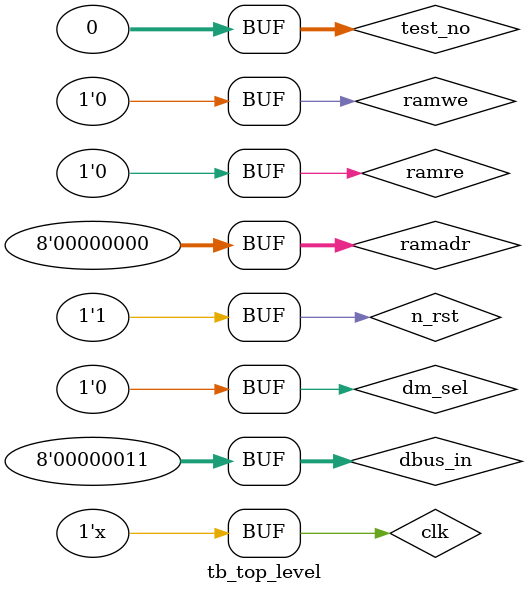
<source format=sv>
`timescale 1ns/1ns

module tb_top_level();

   logic clk;
   logic n_rst;
   integer test_no;
   logic [7:0]  dbus_in; //   Data Bus logic
   logic [7:0] dbus_out; //  Data Bus 
   logic       io_out_en; // IO  Enable
   // DM
   logic [7:0]  ramadr; //    RAM Address
   logic        ramre; //     RAM Read Enable
   logic        ramwe; //     RAM Write Enable
   logic        dm_sel; //    DM Select

    logic clk_out; 
    logic r1;      
    logic r2;      
    logic b1;      
    logic b2;      
    logic g1;      
    logic g2;      
    logic[3:0] multi;
    logic latch_SR;

    always #5 clk = ~clk;

top_level my_top_level(
    .clk(clk),
    .n_rst(n_rst),
	
    .dbus_in(dbus_in), //   Data Bus 
    .dbus_out(dbus_out), //  Data Bus 
    .io_out_en(io_out_en), // IO  Enable
   // DM
     .ramadr(ramadr), //    RAM Address
     .ramre(ramre), //     RAM Read Enable
     .ramwe(ramwe), //     RAM Write Enable
     .dm_sel(dm_sel), //    DM Select

     .clk_out(clk_out), 
     .r1(r1),      
     .r2(r2),      
     .b1(b1),      
     .b2(b2),      
     .g1(g1),      
     .g2(g2),      
     .a(multi[0]),       
     .b(multi[1]),       
     .c(multi[2]),
     .d(multi[3]),
     .latch_SR(latch_SR)        
);

task set_reg;
	input[7:0] reg_addr;
	input[7:0] reg_val;
begin
	ramadr = reg_addr;
	dbus_in = reg_val;
	#10
	ramwe = 1'b1;
	#10
	ramwe = 1'b0;
	#10
	ramwe = 1'b0;
end
endtask

task set_led;
	input [7:0]row;
	input [7:0]col;
	input [7:0]r_val;
	input [7:0]g_val;
	input [7:0]b_val;
begin
	set_reg(1,row);
	set_reg(2,col);
	set_reg(3,r_val);
	set_reg(4,g_val);
	set_reg(5,b_val);
	set_reg(0,3);	
end
endtask
initial
begin
ramwe = 1'b0;
clk = 1'b0;
n_rst = 1'b1;
test_no = 0;
//io_out_en = 1'b0;
dm_sel = 1'b0;
ramre = 1'b0;
//Reset
n_rst = 1'b0;
#10
n_rst = 1'b1;

//Test 1: Set bit
set_led(0,20,127,127,127);
//set_led(0,30,0,127,0);
//set_led(0,10,0,0,127);
//set_led(4,40,127,0,0);
//set_led(8,40,127,0,0);

//TODO hook up parallel ports and test those 
//TODO test read interface
//TODO test 

end

endmodule 
</source>
